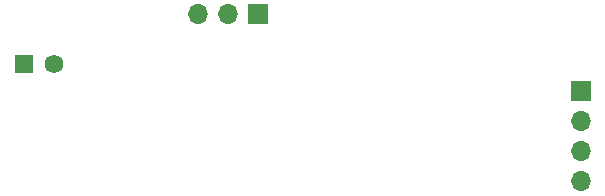
<source format=gbr>
%TF.GenerationSoftware,KiCad,Pcbnew,8.0.3-8.0.3-0~ubuntu24.04.1*%
%TF.CreationDate,2024-07-26T22:38:26-04:00*%
%TF.ProjectId,Microphone_ADC,4d696372-6f70-4686-9f6e-655f4144432e,rev?*%
%TF.SameCoordinates,Original*%
%TF.FileFunction,Soldermask,Bot*%
%TF.FilePolarity,Negative*%
%FSLAX46Y46*%
G04 Gerber Fmt 4.6, Leading zero omitted, Abs format (unit mm)*
G04 Created by KiCad (PCBNEW 8.0.3-8.0.3-0~ubuntu24.04.1) date 2024-07-26 22:38:26*
%MOMM*%
%LPD*%
G01*
G04 APERTURE LIST*
G04 Aperture macros list*
%AMRoundRect*
0 Rectangle with rounded corners*
0 $1 Rounding radius*
0 $2 $3 $4 $5 $6 $7 $8 $9 X,Y pos of 4 corners*
0 Add a 4 corners polygon primitive as box body*
4,1,4,$2,$3,$4,$5,$6,$7,$8,$9,$2,$3,0*
0 Add four circle primitives for the rounded corners*
1,1,$1+$1,$2,$3*
1,1,$1+$1,$4,$5*
1,1,$1+$1,$6,$7*
1,1,$1+$1,$8,$9*
0 Add four rect primitives between the rounded corners*
20,1,$1+$1,$2,$3,$4,$5,0*
20,1,$1+$1,$4,$5,$6,$7,0*
20,1,$1+$1,$6,$7,$8,$9,0*
20,1,$1+$1,$8,$9,$2,$3,0*%
G04 Aperture macros list end*
%ADD10R,1.700000X1.700000*%
%ADD11O,1.700000X1.700000*%
%ADD12RoundRect,0.102000X-0.689000X0.689000X-0.689000X-0.689000X0.689000X-0.689000X0.689000X0.689000X0*%
%ADD13C,1.582000*%
G04 APERTURE END LIST*
D10*
%TO.C,J3*%
X140112500Y-84100000D03*
D11*
X137572500Y-84100000D03*
X135032500Y-84100000D03*
%TD*%
D12*
%TO.C,MK1*%
X120317500Y-88350000D03*
D13*
X122857500Y-88350000D03*
%TD*%
D10*
%TO.C,J1*%
X167500000Y-90630000D03*
D11*
X167500000Y-93170000D03*
X167500000Y-95710000D03*
X167500000Y-98250000D03*
%TD*%
M02*

</source>
